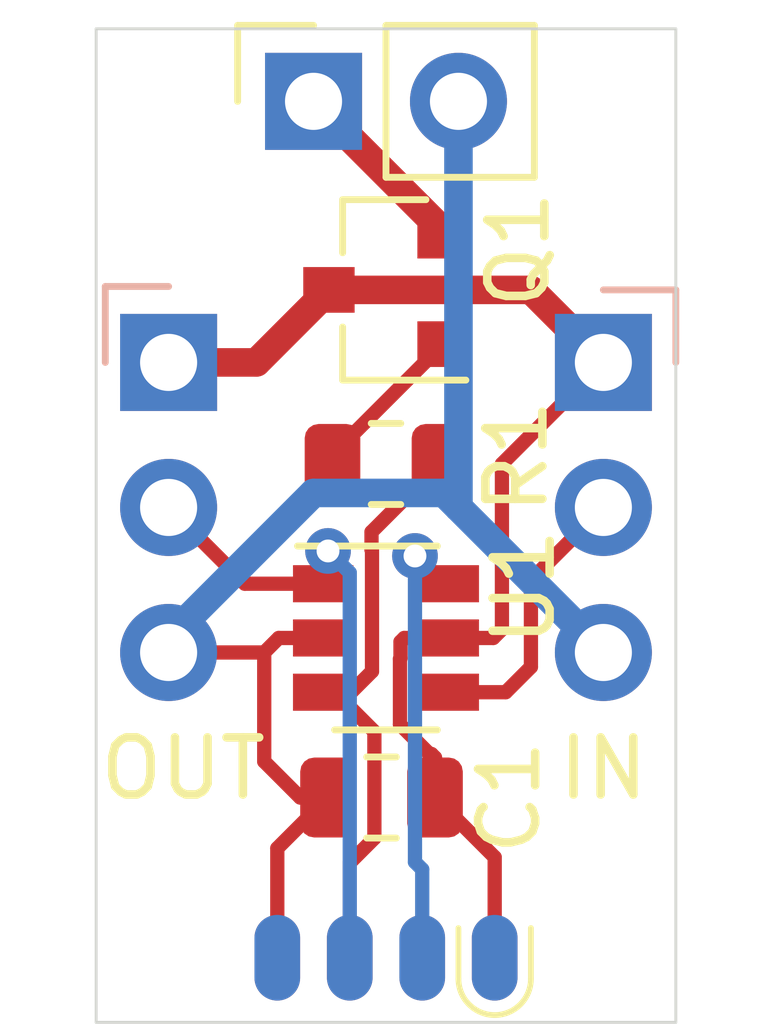
<source format=kicad_pcb>
(kicad_pcb (version 20171130) (host pcbnew "(5.1.6)-1")

  (general
    (thickness 1.6)
    (drawings 6)
    (tracks 65)
    (zones 0)
    (modules 8)
    (nets 12)
  )

  (page A4)
  (layers
    (0 F.Cu signal)
    (31 B.Cu signal)
    (32 B.Adhes user)
    (33 F.Adhes user)
    (34 B.Paste user)
    (35 F.Paste user)
    (36 B.SilkS user)
    (37 F.SilkS user)
    (38 B.Mask user)
    (39 F.Mask user)
    (40 Dwgs.User user)
    (41 Cmts.User user)
    (42 Eco1.User user)
    (43 Eco2.User user)
    (44 Edge.Cuts user)
    (45 Margin user)
    (46 B.CrtYd user hide)
    (47 F.CrtYd user)
    (48 B.Fab user hide)
    (49 F.Fab user hide)
  )

  (setup
    (last_trace_width 0.25)
    (trace_clearance 0.2)
    (zone_clearance 0.508)
    (zone_45_only no)
    (trace_min 0.2)
    (via_size 0.8)
    (via_drill 0.4)
    (via_min_size 0.4)
    (via_min_drill 0.3)
    (uvia_size 0.3)
    (uvia_drill 0.1)
    (uvias_allowed no)
    (uvia_min_size 0.2)
    (uvia_min_drill 0.1)
    (edge_width 0.05)
    (segment_width 0.2)
    (pcb_text_width 0.3)
    (pcb_text_size 1.5 1.5)
    (mod_edge_width 0.12)
    (mod_text_size 1 1)
    (mod_text_width 0.15)
    (pad_size 0.7 0.7)
    (pad_drill 0.7)
    (pad_to_mask_clearance 0.051)
    (solder_mask_min_width 0.25)
    (aux_axis_origin 0 0)
    (visible_elements 7FFFFFFF)
    (pcbplotparams
      (layerselection 0x010fc_ffffffff)
      (usegerberextensions false)
      (usegerberattributes false)
      (usegerberadvancedattributes false)
      (creategerberjobfile false)
      (excludeedgelayer true)
      (linewidth 0.100000)
      (plotframeref false)
      (viasonmask false)
      (mode 1)
      (useauxorigin false)
      (hpglpennumber 1)
      (hpglpenspeed 20)
      (hpglpendiameter 15.000000)
      (psnegative false)
      (psa4output false)
      (plotreference true)
      (plotvalue true)
      (plotinvisibletext false)
      (padsonsilk false)
      (subtractmaskfromsilk false)
      (outputformat 1)
      (mirror false)
      (drillshape 0)
      (scaleselection 1)
      (outputdirectory ""))
  )

  (net 0 "")
  (net 1 0V)
  (net 2 3.3V)
  (net 3 /to_motor)
  (net 4 /signal_out)
  (net 5 /signal_in)
  (net 6 "Net-(J4-Pad5)")
  (net 7 "Net-(J4-Pad2)")
  (net 8 "Net-(J4-Pad8)")
  (net 9 "Net-(Q1-Pad1)")
  (net 10 /to_mosfet)
  (net 11 /tpi_rst)

  (net_class Default "This is the default net class."
    (clearance 0.2)
    (trace_width 0.25)
    (via_dia 0.8)
    (via_drill 0.4)
    (uvia_dia 0.3)
    (uvia_drill 0.1)
    (add_net /signal_in)
    (add_net /signal_out)
    (add_net /to_mosfet)
    (add_net /to_motor)
    (add_net /tpi_rst)
    (add_net 0V)
    (add_net 3.3V)
    (add_net "Net-(J4-Pad2)")
    (add_net "Net-(J4-Pad5)")
    (add_net "Net-(J4-Pad8)")
    (add_net "Net-(Q1-Pad1)")
  )

  (net_class soicbite ""
    (clearance 0.1)
    (trace_width 0.25)
    (via_dia 0.8)
    (via_drill 0.4)
    (uvia_dia 0.3)
    (uvia_drill 0.1)
  )

  (module Package_TO_SOT_SMD:SOT-23 (layer F.Cu) (tedit 5A02FF57) (tstamp 5F4736F9)
    (at 106.68 44.704 180)
    (descr "SOT-23, Standard")
    (tags SOT-23)
    (path /5F48D374)
    (attr smd)
    (fp_text reference Q1 (at -2.32 0.704 90) (layer F.SilkS)
      (effects (font (size 1 1) (thickness 0.15)))
    )
    (fp_text value Q_NMOS_GSD (at 0 2.5) (layer F.Fab)
      (effects (font (size 1 1) (thickness 0.15)))
    )
    (fp_text user %R (at 0 0 90) (layer F.Fab)
      (effects (font (size 0.5 0.5) (thickness 0.075)))
    )
    (fp_line (start -0.7 -0.95) (end -0.7 1.5) (layer F.Fab) (width 0.1))
    (fp_line (start -0.15 -1.52) (end 0.7 -1.52) (layer F.Fab) (width 0.1))
    (fp_line (start -0.7 -0.95) (end -0.15 -1.52) (layer F.Fab) (width 0.1))
    (fp_line (start 0.7 -1.52) (end 0.7 1.52) (layer F.Fab) (width 0.1))
    (fp_line (start -0.7 1.52) (end 0.7 1.52) (layer F.Fab) (width 0.1))
    (fp_line (start 0.76 1.58) (end 0.76 0.65) (layer F.SilkS) (width 0.12))
    (fp_line (start 0.76 -1.58) (end 0.76 -0.65) (layer F.SilkS) (width 0.12))
    (fp_line (start -1.7 -1.75) (end 1.7 -1.75) (layer F.CrtYd) (width 0.05))
    (fp_line (start 1.7 -1.75) (end 1.7 1.75) (layer F.CrtYd) (width 0.05))
    (fp_line (start 1.7 1.75) (end -1.7 1.75) (layer F.CrtYd) (width 0.05))
    (fp_line (start -1.7 1.75) (end -1.7 -1.75) (layer F.CrtYd) (width 0.05))
    (fp_line (start 0.76 -1.58) (end -1.4 -1.58) (layer F.SilkS) (width 0.12))
    (fp_line (start 0.76 1.58) (end -0.7 1.58) (layer F.SilkS) (width 0.12))
    (pad 3 smd rect (at 1 0 180) (size 0.9 0.8) (layers F.Cu F.Paste F.Mask)
      (net 2 3.3V))
    (pad 2 smd rect (at -1 0.95 180) (size 0.9 0.8) (layers F.Cu F.Paste F.Mask)
      (net 3 /to_motor))
    (pad 1 smd rect (at -1 -0.95 180) (size 0.9 0.8) (layers F.Cu F.Paste F.Mask)
      (net 9 "Net-(Q1-Pad1)"))
    (model ${KISYS3DMOD}/Package_TO_SOT_SMD.3dshapes/SOT-23.wrl
      (at (xyz 0 0 0))
      (scale (xyz 1 1 1))
      (rotate (xyz 0 0 0))
    )
  )

  (module Connector_PinSocket_2.54mm:PinSocket_1x03_P2.54mm_Horizontal (layer B.Cu) (tedit 5F29A9D9) (tstamp 5E4D7F69)
    (at 102.87 45.974 180)
    (descr "Through hole angled socket strip, 1x03, 2.54mm pitch, 8.51mm socket length, single row (from Kicad 4.0.7), script generated")
    (tags "Through hole angled socket strip THT 1x03 2.54mm single row")
    (path /5E4D36EA)
    (fp_text reference J2 (at -4.38 2.77) (layer B.SilkS) hide
      (effects (font (size 1 1) (thickness 0.15)) (justify mirror))
    )
    (fp_text value Conn_01x03 (at -4.38 -7.85) (layer B.Fab)
      (effects (font (size 1 1) (thickness 0.15)) (justify mirror))
    )
    (fp_line (start -10.55 -6.85) (end -10.55 1.8) (layer B.CrtYd) (width 0.05))
    (fp_line (start 0 0.3) (end -1.52 0.3) (layer B.Fab) (width 0.1))
    (fp_line (start -1.52 -0.3) (end 0 -0.3) (layer B.Fab) (width 0.1))
    (fp_line (start 0 -0.3) (end 0 0.3) (layer B.Fab) (width 0.1))
    (fp_line (start 0 -2.24) (end -1.52 -2.24) (layer B.Fab) (width 0.1))
    (fp_line (start -1.52 -2.84) (end 0 -2.84) (layer B.Fab) (width 0.1))
    (fp_line (start 0 -2.84) (end 0 -2.24) (layer B.Fab) (width 0.1))
    (fp_line (start 0 -4.78) (end -1.52 -4.78) (layer B.Fab) (width 0.1))
    (fp_line (start -1.52 -5.38) (end 0 -5.38) (layer B.Fab) (width 0.1))
    (fp_line (start 0 -5.38) (end 0 -4.78) (layer B.Fab) (width 0.1))
    (fp_line (start 1.11 1.33) (end 1.11 0) (layer B.SilkS) (width 0.12))
    (fp_line (start 0 1.33) (end 1.11 1.33) (layer B.SilkS) (width 0.12))
    (fp_line (start 1.75 1.8) (end -10.55 1.8) (layer B.CrtYd) (width 0.05))
    (fp_line (start -10.55 -6.85) (end 1.75 -6.85) (layer B.CrtYd) (width 0.05))
    (fp_line (start 1.75 -6.85) (end 1.75 1.8) (layer B.CrtYd) (width 0.05))
    (pad 3 thru_hole oval (at 0 -5.08 180) (size 1.7 1.7) (drill 1) (layers *.Cu *.Mask)
      (net 1 0V))
    (pad 2 thru_hole oval (at 0 -2.54 180) (size 1.7 1.7) (drill 1) (layers *.Cu *.Mask)
      (net 4 /signal_out))
    (pad 1 thru_hole rect (at 0 0 180) (size 1.7 1.7) (drill 1) (layers *.Cu *.Mask)
      (net 2 3.3V))
    (model ${KISYS3DMOD}/Connector_PinSocket_2.54mm.3dshapes/PinSocket_1x03_P2.54mm_Horizontal.wrl
      (at (xyz 0 0 0))
      (scale (xyz 1 1 1))
      (rotate (xyz 0 0 0))
    )
  )

  (module Connector_PinHeader_2.54mm:PinHeader_1x03_P2.54mm_Horizontal (layer B.Cu) (tedit 5E4D3245) (tstamp 5E4D7FA6)
    (at 110.49 45.974 180)
    (descr "Through hole angled pin header, 1x03, 2.54mm pitch, 6mm pin length, single row")
    (tags "Through hole angled pin header THT 1x03 2.54mm single row")
    (path /5E4D319D)
    (fp_text reference J3 (at 4.385 2.27 180) (layer B.SilkS) hide
      (effects (font (size 1 1) (thickness 0.15)) (justify mirror))
    )
    (fp_text value Conn_01x03 (at 4.385 -7.35 180) (layer B.Fab)
      (effects (font (size 1 1) (thickness 0.15)) (justify mirror))
    )
    (fp_line (start -0.32 0.32) (end -0.32 -0.32) (layer B.Fab) (width 0.1))
    (fp_line (start -0.32 -2.22) (end -0.32 -2.86) (layer B.Fab) (width 0.1))
    (fp_line (start -0.32 -4.76) (end -0.32 -5.4) (layer B.Fab) (width 0.1))
    (fp_line (start -1.27 0) (end -1.27 1.27) (layer B.SilkS) (width 0.12))
    (fp_line (start -1.27 1.27) (end 0 1.27) (layer B.SilkS) (width 0.12))
    (fp_line (start -1.8 1.8) (end -1.8 -6.85) (layer B.CrtYd) (width 0.05))
    (fp_line (start -1.8 -6.85) (end 10.55 -6.85) (layer B.CrtYd) (width 0.05))
    (fp_line (start 10.55 -6.85) (end 10.55 1.8) (layer B.CrtYd) (width 0.05))
    (fp_line (start 10.55 1.8) (end -1.8 1.8) (layer B.CrtYd) (width 0.05))
    (pad 3 thru_hole oval (at 0 -5.08 180) (size 1.7 1.7) (drill 1) (layers *.Cu *.Mask)
      (net 1 0V))
    (pad 2 thru_hole oval (at 0 -2.54 180) (size 1.7 1.7) (drill 1) (layers *.Cu *.Mask)
      (net 5 /signal_in))
    (pad 1 thru_hole rect (at 0 0 180) (size 1.7 1.7) (drill 1) (layers *.Cu *.Mask)
      (net 2 3.3V))
    (model ${KISYS3DMOD}/Connector_PinHeader_2.54mm.3dshapes/PinHeader_1x03_P2.54mm_Horizontal.wrl
      (at (xyz 0 0 0))
      (scale (xyz 1 1 1))
      (rotate (xyz 0 0 0))
    )
  )

  (module Package_TO_SOT_SMD:SOT-23-6 (layer F.Cu) (tedit 5A02FF57) (tstamp 5E4D7FFA)
    (at 106.68 50.8)
    (descr "6-pin SOT-23 package")
    (tags SOT-23-6)
    (path /5E4D283C)
    (attr smd)
    (fp_text reference U1 (at 2.413 -0.889 90) (layer F.SilkS)
      (effects (font (size 1 1) (thickness 0.15)))
    )
    (fp_text value ATtiny10-TS (at 0 2.9) (layer F.Fab)
      (effects (font (size 1 1) (thickness 0.15)))
    )
    (fp_line (start -0.9 1.61) (end 0.9 1.61) (layer F.SilkS) (width 0.12))
    (fp_line (start 0.9 -1.61) (end -1.55 -1.61) (layer F.SilkS) (width 0.12))
    (fp_line (start 1.9 -1.8) (end -1.9 -1.8) (layer F.CrtYd) (width 0.05))
    (fp_line (start 1.9 1.8) (end 1.9 -1.8) (layer F.CrtYd) (width 0.05))
    (fp_line (start -1.9 1.8) (end 1.9 1.8) (layer F.CrtYd) (width 0.05))
    (fp_line (start -1.9 -1.8) (end -1.9 1.8) (layer F.CrtYd) (width 0.05))
    (fp_line (start -0.9 -0.9) (end -0.25 -1.55) (layer F.Fab) (width 0.1))
    (fp_line (start 0.9 -1.55) (end -0.25 -1.55) (layer F.Fab) (width 0.1))
    (fp_line (start -0.9 -0.9) (end -0.9 1.55) (layer F.Fab) (width 0.1))
    (fp_line (start 0.9 1.55) (end -0.9 1.55) (layer F.Fab) (width 0.1))
    (fp_line (start 0.9 -1.55) (end 0.9 1.55) (layer F.Fab) (width 0.1))
    (fp_text user %R (at 0 0 90) (layer F.Fab)
      (effects (font (size 0.5 0.5) (thickness 0.075)))
    )
    (pad 5 smd rect (at 1.1 0) (size 1.06 0.65) (layers F.Cu F.Paste F.Mask)
      (net 2 3.3V))
    (pad 6 smd rect (at 1.1 -0.95) (size 1.06 0.65) (layers F.Cu F.Paste F.Mask)
      (net 11 /tpi_rst))
    (pad 4 smd rect (at 1.1 0.95) (size 1.06 0.65) (layers F.Cu F.Paste F.Mask)
      (net 5 /signal_in))
    (pad 3 smd rect (at -1.1 0.95) (size 1.06 0.65) (layers F.Cu F.Paste F.Mask)
      (net 10 /to_mosfet))
    (pad 2 smd rect (at -1.1 0) (size 1.06 0.65) (layers F.Cu F.Paste F.Mask)
      (net 1 0V))
    (pad 1 smd rect (at -1.1 -0.95) (size 1.06 0.65) (layers F.Cu F.Paste F.Mask)
      (net 4 /signal_out))
    (model ${KISYS3DMOD}/Package_TO_SOT_SMD.3dshapes/SOT-23-6.wrl
      (at (xyz 0 0 0))
      (scale (xyz 1 1 1))
      (rotate (xyz 0 0 0))
    )
  )

  (module Resistor_SMD:R_0805_2012Metric (layer F.Cu) (tedit 5B36C52B) (tstamp 5E4D7FE4)
    (at 106.68 47.752)
    (descr "Resistor SMD 0805 (2012 Metric), square (rectangular) end terminal, IPC_7351 nominal, (Body size source: https://docs.google.com/spreadsheets/d/1BsfQQcO9C6DZCsRaXUlFlo91Tg2WpOkGARC1WS5S8t0/edit?usp=sharing), generated with kicad-footprint-generator")
    (tags resistor)
    (path /5E4DCF38)
    (attr smd)
    (fp_text reference R1 (at 2.286 -0.127 90) (layer F.SilkS)
      (effects (font (size 1 1) (thickness 0.15)))
    )
    (fp_text value 1k (at 0 1.65) (layer F.Fab)
      (effects (font (size 1 1) (thickness 0.15)))
    )
    (fp_line (start -1 0.6) (end -1 -0.6) (layer F.Fab) (width 0.1))
    (fp_line (start -1 -0.6) (end 1 -0.6) (layer F.Fab) (width 0.1))
    (fp_line (start 1 -0.6) (end 1 0.6) (layer F.Fab) (width 0.1))
    (fp_line (start 1 0.6) (end -1 0.6) (layer F.Fab) (width 0.1))
    (fp_line (start -0.258578 -0.71) (end 0.258578 -0.71) (layer F.SilkS) (width 0.12))
    (fp_line (start -0.258578 0.71) (end 0.258578 0.71) (layer F.SilkS) (width 0.12))
    (fp_line (start -1.68 0.95) (end -1.68 -0.95) (layer F.CrtYd) (width 0.05))
    (fp_line (start -1.68 -0.95) (end 1.68 -0.95) (layer F.CrtYd) (width 0.05))
    (fp_line (start 1.68 -0.95) (end 1.68 0.95) (layer F.CrtYd) (width 0.05))
    (fp_line (start 1.68 0.95) (end -1.68 0.95) (layer F.CrtYd) (width 0.05))
    (fp_text user %R (at 0 0) (layer F.Fab)
      (effects (font (size 0.5 0.5) (thickness 0.08)))
    )
    (pad 2 smd roundrect (at 0.9375 0) (size 0.975 1.4) (layers F.Cu F.Paste F.Mask) (roundrect_rratio 0.25)
      (net 10 /to_mosfet))
    (pad 1 smd roundrect (at -0.9375 0) (size 0.975 1.4) (layers F.Cu F.Paste F.Mask) (roundrect_rratio 0.25)
      (net 9 "Net-(Q1-Pad1)"))
    (model ${KISYS3DMOD}/Resistor_SMD.3dshapes/R_0805_2012Metric.wrl
      (at (xyz 0 0 0))
      (scale (xyz 1 1 1))
      (rotate (xyz 0 0 0))
    )
  )

  (module addressable-haptics:SOIC_clipProgSmall (layer F.Cu) (tedit 5E4D2FA1) (tstamp 5E4D7FBE)
    (at 106.68 57.15)
    (path /5E4D46D6)
    (fp_text reference J4 (at 0 -3.302) (layer F.SilkS) hide
      (effects (font (size 1 1) (thickness 0.15)))
    )
    (fp_text value SOICBite (at 0.127 1.397) (layer F.Fab)
      (effects (font (size 1 1) (thickness 0.15)))
    )
    (fp_line (start -3.175 -2.54) (end -3.175 0.381) (layer F.Fab) (width 0.1))
    (fp_line (start 3.175 0.381) (end 3.175 -2.54) (layer F.Fab) (width 0.1))
    (fp_line (start 3.175 -2.54) (end -3.175 -2.54) (layer F.Fab) (width 0.1))
    (fp_line (start -3.81 0.381) (end 3.81 0.381) (layer F.Fab) (width 0.1))
    (fp_line (start 2.54 -0.381) (end 2.54 -1.27) (layer F.SilkS) (width 0.1))
    (fp_line (start 1.27 -0.381) (end 1.27 -1.27) (layer F.SilkS) (width 0.1))
    (fp_arc (start 1.905 -0.381) (end 2.54 -0.381) (angle 180) (layer F.SilkS) (width 0.1))
    (pad 5 smd oval (at -1.905 -0.75) (size 0.8 1.5) (layers B.Cu B.Mask)
      (net 6 "Net-(J4-Pad5)"))
    (pad 4 smd oval (at -1.905 -0.75) (size 0.8 1.5) (layers F.Cu F.Mask)
      (net 1 0V))
    (pad 3 smd oval (at -0.635 -0.75) (size 0.8 1.5) (layers F.Cu F.Mask)
      (net 10 /to_mosfet))
    (pad 2 smd oval (at 0.635 -0.75) (size 0.8 1.5) (layers F.Cu F.Mask)
      (net 7 "Net-(J4-Pad2)"))
    (pad 1 smd oval (at 1.905 -0.75) (size 0.8 1.5) (layers F.Cu F.Mask)
      (net 2 3.3V))
    (pad 6 smd oval (at -0.635 -0.75) (size 0.8 1.5) (layers B.Cu B.Mask)
      (net 4 /signal_out))
    (pad 7 smd oval (at 0.635 -0.75) (size 0.8 1.5) (layers B.Cu B.Mask)
      (net 11 /tpi_rst))
    (pad 8 smd oval (at 1.905 -0.75) (size 0.8 1.5) (layers B.Cu B.Mask)
      (net 8 "Net-(J4-Pad8)"))
    (pad "" np_thru_hole circle (at -2.54 -1.905) (size 0.7 0.7) (drill 0.7) (layers *.Cu *.Mask)
      (clearance 0.1))
    (pad "" np_thru_hole circle (at -1.27 -1.905) (size 0.7 0.7) (drill 0.7) (layers *.Cu *.Mask)
      (clearance 0.1))
    (pad "" np_thru_hole circle (at 0 -1.905) (size 0.7 0.7) (drill 0.7) (layers *.Cu *.Mask)
      (clearance 0.1))
    (pad "" np_thru_hole circle (at 1.27 -1.905) (size 0.7 0.7) (drill 0.7) (layers *.Cu *.Mask)
      (clearance 0.1))
    (pad "" np_thru_hole circle (at 2.54 -1.905) (size 0.7 0.7) (drill 0.7) (layers *.Cu *.Mask)
      (clearance 0.1))
  )

  (module Connector_PinSocket_2.54mm:PinSocket_1x02_P2.54mm_Vertical (layer F.Cu) (tedit 5A19A420) (tstamp 5E4D7F29)
    (at 105.41 41.402 90)
    (descr "Through hole straight socket strip, 1x02, 2.54mm pitch, single row (from Kicad 4.0.7), script generated")
    (tags "Through hole socket strip THT 1x02 2.54mm single row")
    (path /5E4E8703)
    (fp_text reference J1 (at 0 -2.77 90) (layer F.SilkS) hide
      (effects (font (size 1 1) (thickness 0.15)))
    )
    (fp_text value Conn_01x02 (at 0 5.31 90) (layer F.Fab)
      (effects (font (size 1 1) (thickness 0.15)))
    )
    (fp_line (start -1.27 -1.27) (end 0.635 -1.27) (layer F.Fab) (width 0.1))
    (fp_line (start 0.635 -1.27) (end 1.27 -0.635) (layer F.Fab) (width 0.1))
    (fp_line (start 1.27 -0.635) (end 1.27 3.81) (layer F.Fab) (width 0.1))
    (fp_line (start 1.27 3.81) (end -1.27 3.81) (layer F.Fab) (width 0.1))
    (fp_line (start -1.27 3.81) (end -1.27 -1.27) (layer F.Fab) (width 0.1))
    (fp_line (start -1.33 1.27) (end 1.33 1.27) (layer F.SilkS) (width 0.12))
    (fp_line (start -1.33 1.27) (end -1.33 3.87) (layer F.SilkS) (width 0.12))
    (fp_line (start -1.33 3.87) (end 1.33 3.87) (layer F.SilkS) (width 0.12))
    (fp_line (start 1.33 1.27) (end 1.33 3.87) (layer F.SilkS) (width 0.12))
    (fp_line (start 1.33 -1.33) (end 1.33 0) (layer F.SilkS) (width 0.12))
    (fp_line (start 0 -1.33) (end 1.33 -1.33) (layer F.SilkS) (width 0.12))
    (fp_line (start -1.8 -1.8) (end 1.75 -1.8) (layer F.CrtYd) (width 0.05))
    (fp_line (start 1.75 -1.8) (end 1.75 4.3) (layer F.CrtYd) (width 0.05))
    (fp_line (start 1.75 4.3) (end -1.8 4.3) (layer F.CrtYd) (width 0.05))
    (fp_line (start -1.8 4.3) (end -1.8 -1.8) (layer F.CrtYd) (width 0.05))
    (fp_text user %R (at 0 1.27) (layer F.Fab)
      (effects (font (size 1 1) (thickness 0.15)))
    )
    (pad 2 thru_hole oval (at 0 2.54 90) (size 1.7 1.7) (drill 1) (layers *.Cu *.Mask)
      (net 1 0V))
    (pad 1 thru_hole rect (at 0 0 90) (size 1.7 1.7) (drill 1) (layers *.Cu *.Mask)
      (net 3 /to_motor))
    (model ${KISYS3DMOD}/Connector_PinSocket_2.54mm.3dshapes/PinSocket_1x02_P2.54mm_Vertical.wrl
      (at (xyz 0 0 0))
      (scale (xyz 1 1 1))
      (rotate (xyz 0 0 0))
    )
  )

  (module Capacitor_SMD:C_0805_2012Metric (layer F.Cu) (tedit 5B36C52B) (tstamp 5E4D860D)
    (at 106.6015 53.594 180)
    (descr "Capacitor SMD 0805 (2012 Metric), square (rectangular) end terminal, IPC_7351 nominal, (Body size source: https://docs.google.com/spreadsheets/d/1BsfQQcO9C6DZCsRaXUlFlo91Tg2WpOkGARC1WS5S8t0/edit?usp=sharing), generated with kicad-footprint-generator")
    (tags capacitor)
    (path /5E4F0AC0)
    (attr smd)
    (fp_text reference C1 (at -2.2375 0 270) (layer F.SilkS)
      (effects (font (size 1 1) (thickness 0.15)))
    )
    (fp_text value ".1 uF" (at 0 1.65) (layer F.Fab)
      (effects (font (size 1 1) (thickness 0.15)))
    )
    (fp_line (start -1 0.6) (end -1 -0.6) (layer F.Fab) (width 0.1))
    (fp_line (start -1 -0.6) (end 1 -0.6) (layer F.Fab) (width 0.1))
    (fp_line (start 1 -0.6) (end 1 0.6) (layer F.Fab) (width 0.1))
    (fp_line (start 1 0.6) (end -1 0.6) (layer F.Fab) (width 0.1))
    (fp_line (start -0.258578 -0.71) (end 0.258578 -0.71) (layer F.SilkS) (width 0.12))
    (fp_line (start -0.258578 0.71) (end 0.258578 0.71) (layer F.SilkS) (width 0.12))
    (fp_line (start -1.68 0.95) (end -1.68 -0.95) (layer F.CrtYd) (width 0.05))
    (fp_line (start -1.68 -0.95) (end 1.68 -0.95) (layer F.CrtYd) (width 0.05))
    (fp_line (start 1.68 -0.95) (end 1.68 0.95) (layer F.CrtYd) (width 0.05))
    (fp_line (start 1.68 0.95) (end -1.68 0.95) (layer F.CrtYd) (width 0.05))
    (fp_text user %R (at 0 0) (layer F.Fab)
      (effects (font (size 0.5 0.5) (thickness 0.08)))
    )
    (pad 2 smd roundrect (at 0.9375 0 180) (size 0.975 1.4) (layers F.Cu F.Paste F.Mask) (roundrect_rratio 0.25)
      (net 1 0V))
    (pad 1 smd roundrect (at -0.9375 0 180) (size 0.975 1.4) (layers F.Cu F.Paste F.Mask) (roundrect_rratio 0.25)
      (net 2 3.3V))
    (model ${KISYS3DMOD}/Capacitor_SMD.3dshapes/C_0805_2012Metric.wrl
      (at (xyz 0 0 0))
      (scale (xyz 1 1 1))
      (rotate (xyz 0 0 0))
    )
  )

  (gr_text OUT (at 103.124 53.086) (layer F.SilkS)
    (effects (font (size 1 1) (thickness 0.15)))
  )
  (gr_text IN (at 110.49 53.086) (layer F.SilkS)
    (effects (font (size 1 1) (thickness 0.15)))
  )
  (gr_line (start 111.76 40.132) (end 111.76 57.531) (layer Edge.Cuts) (width 0.05))
  (gr_line (start 101.6 40.132) (end 101.6 57.531) (layer Edge.Cuts) (width 0.05))
  (gr_line (start 111.76 40.132) (end 101.6 40.132) (layer Edge.Cuts) (width 0.05))
  (gr_line (start 101.6 57.531) (end 111.76 57.531) (layer Edge.Cuts) (width 0.05))

  (segment (start 104.8 50.8) (end 105.58 50.8) (width 0.25) (layer F.Cu) (net 1))
  (segment (start 104.546 51.054) (end 102.87 51.054) (width 0.25) (layer F.Cu) (net 1))
  (segment (start 104.8 50.8) (end 104.546 51.054) (width 0.25) (layer F.Cu) (net 1))
  (segment (start 104.546 52.9635) (end 104.546 51.054) (width 0.25) (layer F.Cu) (net 1))
  (segment (start 105.664 53.594) (end 105.1765 53.594) (width 0.25) (layer F.Cu) (net 1))
  (segment (start 105.1765 53.594) (end 104.546 52.9635) (width 0.25) (layer F.Cu) (net 1))
  (segment (start 110.49 51.054) (end 107.95 48.514) (width 0.5) (layer B.Cu) (net 1))
  (segment (start 107.95 48.514) (end 107.95 41.148) (width 0.5) (layer B.Cu) (net 1))
  (segment (start 104.775 54.483) (end 105.664 53.594) (width 0.25) (layer F.Cu) (net 1))
  (segment (start 104.775 56.4) (end 104.775 54.483) (width 0.25) (layer F.Cu) (net 1))
  (segment (start 102.87 50.8) (end 102.87 51.054) (width 0.5) (layer B.Cu) (net 1))
  (segment (start 107.95 48.514) (end 107.696 48.26) (width 0.5) (layer B.Cu) (net 1))
  (segment (start 105.41 48.26) (end 102.87 50.8) (width 0.5) (layer B.Cu) (net 1))
  (segment (start 107.696 48.26) (end 105.41 48.26) (width 0.5) (layer B.Cu) (net 1))
  (segment (start 108.712 50.648) (end 108.712 47.752) (width 0.25) (layer F.Cu) (net 2))
  (segment (start 107.78 50.8) (end 108.56 50.8) (width 0.25) (layer F.Cu) (net 2))
  (segment (start 108.712 47.752) (end 110.49 45.974) (width 0.25) (layer F.Cu) (net 2))
  (segment (start 108.56 50.8) (end 108.712 50.648) (width 0.25) (layer F.Cu) (net 2))
  (segment (start 108.585 54.64) (end 108.585 56) (width 0.25) (layer F.Cu) (net 2))
  (segment (start 107.539 53.594) (end 108.585 54.64) (width 0.25) (layer F.Cu) (net 2))
  (segment (start 107.539 52.894) (end 107.539 53.594) (width 0.25) (layer F.Cu) (net 2))
  (segment (start 107.442 52.832) (end 107.477 52.832) (width 0.25) (layer F.Cu) (net 2))
  (segment (start 106.934 50.866) (end 106.934 51.155998) (width 0.25) (layer F.Cu) (net 2))
  (segment (start 106.934 51.155998) (end 106.924999 51.164999) (width 0.25) (layer F.Cu) (net 2))
  (segment (start 107.477 52.832) (end 107.539 52.894) (width 0.25) (layer F.Cu) (net 2))
  (segment (start 106.924999 51.164999) (end 106.924999 52.314999) (width 0.25) (layer F.Cu) (net 2))
  (segment (start 107.78 50.8) (end 107 50.8) (width 0.25) (layer F.Cu) (net 2))
  (segment (start 107 50.8) (end 106.934 50.866) (width 0.25) (layer F.Cu) (net 2))
  (segment (start 106.924999 52.314999) (end 107.442 52.832) (width 0.25) (layer F.Cu) (net 2))
  (segment (start 104.41 45.974) (end 105.68 44.704) (width 0.5) (layer F.Cu) (net 2))
  (segment (start 102.87 45.974) (end 104.41 45.974) (width 0.5) (layer F.Cu) (net 2))
  (segment (start 109.22 44.704) (end 110.49 45.974) (width 0.5) (layer F.Cu) (net 2))
  (segment (start 105.68 44.704) (end 109.22 44.704) (width 0.5) (layer F.Cu) (net 2))
  (segment (start 107.68 43.672) (end 105.41 41.402) (width 0.5) (layer F.Cu) (net 3))
  (segment (start 107.68 43.754) (end 107.68 43.672) (width 0.5) (layer F.Cu) (net 3))
  (segment (start 104.206 49.85) (end 102.87 48.514) (width 0.25) (layer F.Cu) (net 4))
  (segment (start 105.58 49.85) (end 104.206 49.85) (width 0.25) (layer F.Cu) (net 4))
  (via (at 105.664 49.276) (size 0.8) (drill 0.4) (layers F.Cu B.Cu) (net 4))
  (segment (start 105.58 49.85) (end 105.58 49.36) (width 0.25) (layer F.Cu) (net 4))
  (segment (start 105.58 49.36) (end 105.664 49.276) (width 0.25) (layer F.Cu) (net 4))
  (segment (start 106.045 49.657) (end 105.664 49.276) (width 0.25) (layer B.Cu) (net 4))
  (segment (start 106.045 56.515) (end 106.045 49.657) (width 0.25) (layer B.Cu) (net 4))
  (segment (start 109.22 49.784) (end 110.49 48.514) (width 0.25) (layer F.Cu) (net 5))
  (segment (start 109.22 51.308) (end 109.22 49.784) (width 0.25) (layer F.Cu) (net 5))
  (segment (start 107.78 51.75) (end 108.778 51.75) (width 0.25) (layer F.Cu) (net 5))
  (segment (start 108.778 51.75) (end 109.22 51.308) (width 0.25) (layer F.Cu) (net 5))
  (segment (start 105.7425 47.752) (end 105.7425 47.5915) (width 0.25) (layer F.Cu) (net 9))
  (segment (start 105.7425 47.5915) (end 107.68 45.654) (width 0.25) (layer F.Cu) (net 9))
  (segment (start 106.426 48.9435) (end 107.6175 47.752) (width 0.25) (layer F.Cu) (net 10))
  (segment (start 106.426 49.255998) (end 106.426 48.9435) (width 0.25) (layer F.Cu) (net 10))
  (segment (start 106.435001 49.264999) (end 106.426 49.255998) (width 0.25) (layer F.Cu) (net 10))
  (segment (start 106.435001 51.385001) (end 106.435001 49.264999) (width 0.25) (layer F.Cu) (net 10))
  (segment (start 105.58 51.75) (end 106.070002 51.75) (width 0.25) (layer F.Cu) (net 10))
  (segment (start 106.070002 51.75) (end 106.435001 51.385001) (width 0.25) (layer F.Cu) (net 10))
  (segment (start 105.785 51.75) (end 105.58 51.75) (width 0.25) (layer F.Cu) (net 10))
  (segment (start 106.47651 52.44151) (end 105.785 51.75) (width 0.25) (layer F.Cu) (net 10))
  (segment (start 106.47651 54.30549) (end 106.47651 52.44151) (width 0.25) (layer F.Cu) (net 10))
  (segment (start 106.045 54.737) (end 106.47651 54.30549) (width 0.25) (layer F.Cu) (net 10))
  (segment (start 106.045 56.4) (end 106.045 54.737) (width 0.25) (layer F.Cu) (net 10))
  (segment (start 107.315 54.852) (end 107.315 56.515) (width 0.25) (layer B.Cu) (net 11) (tstamp 5E4D9A5C))
  (via (at 107.188 49.364) (size 0.8) (drill 0.4) (layers F.Cu B.Cu) (net 11))
  (segment (start 107.78 49.85) (end 107.674 49.85) (width 0.25) (layer F.Cu) (net 11))
  (segment (start 107.674 49.85) (end 107.188 49.364) (width 0.25) (layer F.Cu) (net 11))
  (segment (start 107.188 54.725) (end 107.315 54.852) (width 0.25) (layer B.Cu) (net 11))
  (segment (start 107.188 49.364) (end 107.188 54.725) (width 0.25) (layer B.Cu) (net 11))

)

</source>
